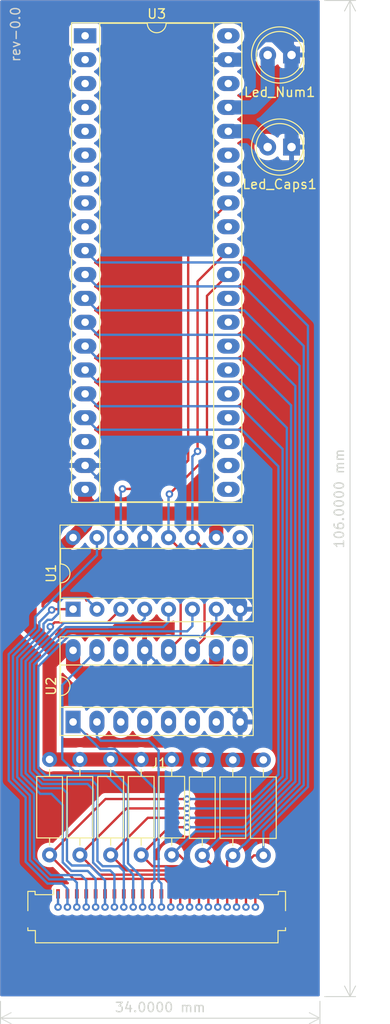
<source format=kicad_pcb>
(kicad_pcb (version 20211014) (generator pcbnew)
  (layers (0 "F.Cu" signal) (31 "B.Cu" signal) (34 "B.Paste" user) (35 "F.Paste" user) (36 "B.SilkS" user "B.Silkscreen") (37 "F.SilkS" user "F.Silkscreen") (38 "B.Mask" user) (39 "F.Mask" user) (44 "Edge.Cuts" user))
  (net 0 "")
  (net 1 "Column_0")
  (net 2 "Column_1")
  (net 3 "Column_2")
  (net 4 "Column_3")
  (net 5 "Column_4")
  (net 6 "Column_5")
  (net 7 "Column_6")
  (net 8 "Column_7")
  (net 9 "Column_8")
  (net 10 "Column_9")
  (net 11 "Column_10")
  (net 12 "Row_0")
  (net 13 "Row_1")
  (net 14 "Row_2")
  (net 15 "Row_3")
  (net 16 "Row_4")
  (net 17 "Row_5")
  (net 18 "Row_6")
  (net 19 "Row_7")
  (net 20 "unconnected-(J1-Pad1)")
  (net 21 "unconnected-(J1-Pad22)")
  (net 22 "+3V3")
  (net 23 "GND")
  (net 29 "Net-(U1-Pad9)")
  (net 36 "SPI_MOSI")
  (net 38 "SPI_SCLK{slash}CLK")
  (net 42 "SPI_74HC595_SS")
  (net 46 "Net-(D_Num_Lock1-Pad2)")
  (net 54 "Net-(D_Caps_Lock1-Pad2)")
  (net 60 "unconnected-(J1-Pad21)")
  (footprint "LED_THT:LED_D5.0mm" (layer "F.Cu") (at 45.87644 18.20144 180)
    (fp_text reference "Led_Num1")
    (fp_text value "LED")
  )
  (footprint "Resistor_THT:R_Axial_DIN0207_L6.3mm_D2.5mm_P10.16mm_Horizontal" (layer "F.Cu") (at 26.62644 103.32644 90)
    (fp_text reference "R3" hide)
    (fp_text value "R 10 kΩ" hide)
  )
  (footprint "Package_DIP:DIP-16_W7.62mm_Socket" (layer "F.Cu") (at 22.62644 77.17644 90)
    (fp_text reference "U1")
    (fp_text value "74HC595")
  )
  (footprint "Package_DIP:DIP-16_W7.62mm_Socket_LongPads" (layer "F.Cu") (at 22.62644 89.17644 90)
    (fp_text reference "U2")
    (fp_text value "74HC595")
  )
  (footprint "Resistor_THT:R_Axial_DIN0207_L6.3mm_D2.5mm_P10.16mm_Horizontal" (layer "F.Cu") (at 20.12644 103.32644 90)
    (fp_text reference "R1" hide)
    (fp_text value "R 10 kΩ" hide)
  )
  (footprint "Resistor_THT:R_Axial_DIN0207_L6.3mm_D2.5mm_P10.16mm_Horizontal" (layer "F.Cu") (at 29.87644 103.32644 90)
    (fp_text reference "R4" hide)
    (fp_text value "R 10 kΩ" hide)
  )
  (footprint "Symbol:OSHW-Logo2_7.3x6mm_Copper" (layer "F.Cu") (at 44.60144 36)
    (fp_text reference "REF**" hide)
    (fp_text value "OSHW-Logo2_7.3x6mm_Copper" hide)
  )
  (footprint "Resistor_THT:R_Axial_DIN0207_L6.3mm_D2.5mm_P10.16mm_Horizontal" (layer "F.Cu") (at 23.35644 103.32644 90)
    (fp_text reference "R2" hide)
    (fp_text value "R 10 kΩ" hide)
  )
  (footprint "Connector_FFC-FPC:Molex_200528-0220_1x22-1MP_P1.00mm_Horizontal" (layer "F.Cu") (at 31.52644 108.37644)
    (fp_text reference "J1")
    (fp_text value "Conn_01x22")
  )
  (footprint "Resistor_THT:R_Axial_DIN0207_L6.3mm_D2.5mm_P10.16mm_Horizontal" (layer "F.Cu") (at 33.12644 103.32644 90)
    (fp_text reference "R5" hide)
    (fp_text value "R 10 kΩ" hide)
  )
  (footprint "Resistor_THT:R_Axial_DIN0207_L6.3mm_D2.5mm_P10.16mm_Horizontal" (layer "F.Cu") (at 42.87644 103.37644 90)
    (fp_text reference "R8" hide)
    (fp_text value "R 10 kΩ")
  )
  (footprint "LED_THT:LED_D5.0mm" (layer "F.Cu") (at 45.87644 28 180)
    (fp_text reference "Led_Caps1")
    (fp_text value "LED")
  )
  (footprint "Package_DIP:DIP-40_W15.24mm_Socket_LongPads" (layer "F.Cu") (at 23.90644 16.16144)
    (fp_text reference "U3")
    (fp_text value "YAAJ_BlackPill_Part_Like" hide)
  )
  (footprint "Resistor_THT:R_Axial_DIN0207_L6.3mm_D2.5mm_P10.16mm_Horizontal" (layer "F.Cu") (at 36.37644 103.37644 90)
    (fp_text reference "R6" hide)
    (fp_text value "R 10 kΩ" hide)
  )
  (footprint "Resistor_THT:R_Axial_DIN0207_L6.3mm_D2.5mm_P10.16mm_Horizontal" (layer "F.Cu") (at 39.62644 103.37644 90)
    (fp_text reference "R7" hide)
    (fp_text value "R 10 kΩ" hide)
  )
  (gr_text "rev-0.0" (at 16.5 16 90) (layer "Edge.Cuts") (effects (font (size 1 1))))
  (dimension (type aligned) (layer "Edge.Cuts") (pts (xy 48.9 118.4) (xy 48.9 12.4)) (height 3.2) (gr_text "106,0000 mm" (at 50.95 65.4 90) (layer "Edge.Cuts") (effects (font (size 1 1) (thickness 0.15)))) (format (units 3) (units_format 1) (precision 4)) (style (thickness 0.1) (arrow_length 1.27) (text_position_mode 0) (extension_height 0.58642) (extension_offset 0.5) keep_text_aligned))
  (dimension (type aligned) (layer "Edge.Cuts") (pts (xy 14.9 118.4) (xy 48.9 118.4)) (height 2.3) (gr_text "34,0000 mm" (at 31.9 119.55) (layer "Edge.Cuts") (effects (font (size 1 1) (thickness 0.15)))) (format (units 3) (units_format 1) (precision 4)) (style (thickness 0.1) (arrow_length 1.27) (text_position_mode 0) (extension_height 0.58642) (extension_offset 0.5) keep_text_aligned))
  (segment (start 22.02644 107.46644) (end 22.02644 108.87644) (width 0.25) (layer "F.Cu") (net 1))
  (via (at 22.02644 108.87644) (size 0.8) (drill 0.4) (layers "F.Cu" "B.Cu") (net 1))
  (segment (start 17.57644 104.047875) (end 17.57644 97.197876) (width 0.25) (layer "B.Cu") (net 1))
  (segment (start 21.475 106.375) (end 19.903565 106.375) (width 0.25) (layer "B.Cu") (net 1))
  (segment (start 22.02644 108.87644) (end 22.02644 106.92644) (width 0.25) (layer "B.Cu") (net 1))
  (segment (start 22.02644 106.92644) (end 21.475 106.375) (width 0.25) (layer "B.Cu") (net 1))
  (segment (start 15.77932 95.400754) (end 15.77932 82.97644) (width 0.25) (layer "B.Cu") (net 1))
  (segment (start 18.58008 78.003686) (end 18.58008 79.162466) (width 0.25) (layer "B.Cu") (net 1))
  (segment (start 25.16644 71.417326) (end 18.58008 78.003686) (width 0.25) (layer "B.Cu") (net 1))
  (segment (start 18.58008 79.162466) (end 15.77692 81.965626) (width 0.25) (layer "B.Cu") (net 1))
  (segment (start 15.77692 81.965626) (end 15.77692 82.841202) (width 0.25) (layer "B.Cu") (net 1))
  (segment (start 17.57644 97.197876) (end 15.77932 95.400754) (width 0.25) (layer "B.Cu") (net 1))
  (segment (start 25.16644 69.55644) (end 25.16644 71.417326) (width 0.25) (layer "B.Cu") (net 1))
  (segment (start 19.903565 106.375) (end 17.57644 104.047875) (width 0.25) (layer "B.Cu") (net 1))
  (segment (start 23.02644 108.87644) (end 23.02644 107.46644) (width 0.25) (layer "F.Cu") (net 2))
  (segment (start 20.35194 77.25644) (end 20.43194 77.17644) (width 0.25) (layer "F.Cu") (net 2))
  (segment (start 20.43194 77.17644) (end 22.62644 77.17644) (width 0.25) (layer "F.Cu") (net 2))
  (via (at 20.35194 77.25644) (size 0.8) (drill 0.4) (layers "F.Cu" "B.Cu") (net 2))
  (via (at 23.02644 108.87644) (size 0.8) (drill 0.4) (layers "F.Cu" "B.Cu") (net 2))
  (segment (start 23.02644 106.27644) (end 23.02644 108.87644) (width 0.25) (layer "B.Cu") (net 2))
  (segment (start 16.22884 95.214557) (end 18.02692 97.012637) (width 0.25) (layer "B.Cu") (net 2))
  (segment (start 20.35194 77.25644) (end 20.32499 77.25644) (width 0.25) (layer "B.Cu") (net 2))
  (segment (start 18.02692 97.012637) (end 18.02692 103.862637) (width 0.25) (layer "B.Cu") (net 2))
  (segment (start 18.02692 103.862637) (end 20.089762 105.92548) (width 0.25) (layer "B.Cu") (net 2))
  (segment (start 22.67548 105.92548) (end 23.02644 106.27644) (width 0.25) (layer "B.Cu") (net 2))
  (segment (start 19.0296 79.348664) (end 16.22884 82.149424) (width 0.25) (layer "B.Cu") (net 2))
  (segment (start 16.22884 82.149424) (end 16.22884 95.214557) (width 0.25) (layer "B.Cu") (net 2))
  (segment (start 20.089762 105.92548) (end 22.67548 105.92548) (width 0.25) (layer "B.Cu") (net 2))
  (segment (start 20.32499 77.25644) (end 19.0296 78.55183) (width 0.25) (layer "B.Cu") (net 2))
  (segment (start 19.0296 78.55183) (end 19.0296 79.348664) (width 0.25) (layer "B.Cu") (net 2))
  (segment (start 24.02644 107.46644) (end 24.02644 108.87644) (width 0.25) (layer "F.Cu") (net 3))
  (via (at 24.02644 108.87644) (size 0.8) (drill 0.4) (layers "F.Cu" "B.Cu") (net 3))
  (segment (start 19.47912 78.738028) (end 19.910708 78.30644) (width 0.25) (layer "B.Cu") (net 3))
  (segment (start 16.67836 82.335622) (end 19.47912 79.534862) (width 0.25) (layer "B.Cu") (net 3))
  (segment (start 23.47596 105.47596) (end 20.27596 105.47596) (width 0.25) (layer "B.Cu") (net 3))
  (segment (start 19.47912 79.534862) (end 19.47912 78.738028) (width 0.25) (layer "B.Cu") (net 3))
  (segment (start 21.577418 75.97644) (end 23.96644 75.97644) (width 0.25) (layer "B.Cu") (net 3))
  (segment (start 18.47644 103.67644) (end 18.47644 96.82644) (width 0.25) (layer "B.Cu") (net 3))
  (segment (start 24.02644 106.02644) (end 23.47596 105.47596) (width 0.25) (layer "B.Cu") (net 3))
  (segment (start 21.07644 77.61644) (end 21.07644 76.477418) (width 0.25) (layer "B.Cu") (net 3))
  (segment (start 16.67836 95.02836) (end 16.67836 82.335622) (width 0.25) (layer "B.Cu") (net 3))
  (segment (start 24.02644 108.87644) (end 24.02644 106.02644) (width 0.25) (layer "B.Cu") (net 3))
  (segment (start 18.47644 96.82644) (end 16.67836 95.02836) (width 0.25) (layer "B.Cu") (net 3))
  (segment (start 20.38644 78.30644) (end 21.07644 77.61644) (width 0.25) (layer "B.Cu") (net 3))
  (segment (start 21.07644 76.477418) (end 21.577418 75.97644) (width 0.25) (layer "B.Cu") (net 3))
  (segment (start 20.27596 105.47596) (end 18.47644 103.67644) (width 0.25) (layer "B.Cu") (net 3))
  (segment (start 19.910708 78.30644) (end 20.38644 78.30644) (width 0.25) (layer "B.Cu") (net 3))
  (segment (start 23.96644 75.97644) (end 25.16644 77.17644) (width 0.25) (layer "B.Cu") (net 3))
  (segment (start 20.665322 78.57644) (end 26.30644 78.57644) (width 0.25) (layer "F.Cu") (net 4))
  (segment (start 26.30644 78.57644) (end 27.70644 77.17644) (width 0.25) (layer "F.Cu") (net 4))
  (segment (start 20.203631 79.038131) (end 20.665322 78.57644) (width 0.25) (layer "F.Cu") (net 4))
  (segment (start 25.02644 107.46644) (end 25.02644 108.87644) (width 0.25) (layer "F.Cu") (net 4))
  (via (at 25.02644 108.87644) (size 0.8) (drill 0.4) (layers "F.Cu" "B.Cu") (net 4))
  (via (at 20.203631 79.038131) (size 0.8) (drill 0.4) (layers "F.Cu" "B.Cu") (net 4))
  (segment (start 20.32644 96.82644) (end 21.52692 98.02692) (width 0.25) (layer "B.Cu") (net 4))
  (segment (start 22.440723 105.02644) (end 24.17644 105.02644) (width 0.25) (layer "B.Cu") (net 4))
  (segment (start 20.203631 79.446069) (end 17.12788 82.52182) (width 0.25) (layer "B.Cu") (net 4))
  (segment (start 19.13357 96.82644) (end 20.32644 96.82644) (width 0.25) (layer "B.Cu") (net 4))
  (segment (start 21.52692 98.02692) (end 21.52692 104.112637) (width 0.25) (layer "B.Cu") (net 4))
  (segment (start 25.02644 105.87644) (end 25.02644 108.87644) (width 0.25) (layer "B.Cu") (net 4))
  (segment (start 17.12788 94.820749) (end 19.13357 96.82644) (width 0.25) (layer "B.Cu") (net 4))
  (segment (start 21.52692 104.112637) (end 22.440723 105.02644) (width 0.25) (layer "B.Cu") (net 4))
  (segment (start 17.12788 82.52182) (end 17.12788 94.820749) (width 0.25) (layer "B.Cu") (net 4))
  (segment (start 20.203631 79.038131) (end 20.203631 79.446069) (width 0.25) (layer "B.Cu") (net 4))
  (segment (start 24.17644 105.02644) (end 25.02644 105.87644) (width 0.25) (layer "B.Cu") (net 4))
  (segment (start 26.02644 108.87644) (end 26.02644 107.46644) (width 0.25) (layer "F.Cu") (net 5))
  (via (at 26.02644 108.87644) (size 0.8) (drill 0.4) (layers "F.Cu" "B.Cu") (net 5))
  (segment (start 26.02644 106.02644) (end 25.42548 105.42548) (width 0.25) (layer "B.Cu") (net 5))
  (segment (start 26.02644 108.87644) (end 26.02644 106.02644) (width 0.25) (layer "B.Cu") (net 5))
  (segment (start 19.167848 96.225) (end 17.5774 94.634552) (width 0.25) (layer "B.Cu") (net 5))
  (segment (start 30.24644 78.15644) (end 30.24644 77.17644) (width 0.25) (layer "B.Cu") (net 5))
  (segment (start 24.429515 104.450951) (end 22.500951 104.450951) (width 0.25) (layer "B.Cu") (net 5))
  (segment (start 25.404044 105.42548) (end 24.429515 104.450951) (width 0.25) (layer "B.Cu") (net 5))
  (segment (start 21.97644 96.72644) (end 21.475 96.225) (width 0.25) (layer "B.Cu") (net 5))
  (segment (start 17.5774 82.708018) (end 21.658018 78.6274) (width 0.25) (layer "B.Cu") (net 5))
  (segment (start 21.97644 103.92644) (end 21.97644 96.72644) (width 0.25) (layer "B.Cu") (net 5))
  (segment (start 29.77548 78.6274) (end 30.24644 78.15644) (width 0.25) (layer "B.Cu") (net 5))
  (segment (start 22.500951 104.450951) (end 21.97644 103.92644) (width 0.25) (layer "B.Cu") (net 5))
  (segment (start 21.475 96.225) (end 19.167848 96.225) (width 0.25) (layer "B.Cu") (net 5))
  (segment (start 25.42548 105.42548) (end 25.404044 105.42548) (width 0.25) (layer "B.Cu") (net 5))
  (segment (start 21.658018 78.6274) (end 29.77548 78.6274) (width 0.25) (layer "B.Cu") (net 5))
  (segment (start 17.5774 94.634552) (end 17.5774 82.708018) (width 0.25) (layer "B.Cu") (net 5))
  (segment (start 27.02644 107.46644) (end 27.02644 108.87644) (width 0.25) (layer "F.Cu") (net 6))
  (via (at 27.02644 108.87644) (size 0.8) (drill 0.4) (layers "F.Cu" "B.Cu") (net 6))
  (segment (start 21.844214 79.07692) (end 18.02692 82.894214) (width 0.25) (layer "B.Cu") (net 6))
  (segment (start 26.57596 104.97596) (end 27.02644 105.42644) (width 0.25) (layer "B.Cu") (net 6))
  (segment (start 24.17548 95.77548) (end 24.76 96.36) (width 0.25) (layer "B.Cu") (net 6))
  (segment (start 27.02644 105.42644) (end 27.02644 108.87644) (width 0.25) (layer "B.Cu") (net 6))
  (segment (start 24.76 96.36) (end 24.76 104.145718) (width 0.25) (layer "B.Cu") (net 6))
  (segment (start 24.76 104.145718) (end 25.590242 104.97596) (width 0.25) (layer "B.Cu") (net 6))
  (segment (start 18.02692 94.448355) (end 19.354045 95.77548) (width 0.25) (layer "B.Cu") (net 6))
  (segment (start 19.354045 95.77548) (end 24.17548 95.77548) (width 0.25) (layer "B.Cu") (net 6))
  (segment (start 18.02692 82.894214) (end 18.02692 94.448355) (width 0.25) (layer "B.Cu") (net 6))
  (segment (start 32.78644 77.17644) (end 32.78644 78.51644) (width 0.25) (layer "B.Cu") (net 6))
  (segment (start 32.22596 79.07692) (end 21.844214 79.07692) (width 0.25) (layer "B.Cu") (net 6))
  (segment (start 32.78644 78.51644) (end 32.22596 79.07692) (width 0.25) (layer "B.Cu") (net 6))
  (segment (start 25.590242 104.97596) (end 26.57596 104.97596) (width 0.25) (layer "B.Cu") (net 6))
  (segment (start 28.02644 108.87644) (end 28.02644 107.46644) (width 0.25) (layer "F.Cu") (net 7))
  (via (at 28.02644 108.87644) (size 0.8) (drill 0.4) (layers "F.Cu" "B.Cu") (net 7))
  (segment (start 25.22 95.97) (end 24.57596 95.32596) (width 0.25) (layer "B.Cu") (net 7))
  (segment (start 28.02644 105.047876) (end 27.505004 104.52644) (width 0.25) (layer "B.Cu") (net 7))
  (segment (start 24.57596 95.32596) (end 19.540243 95.32596) (width 0.25) (layer "B.Cu") (net 7))
  (segment (start 28.02644 108.87644) (end 28.02644 105.047876) (width 0.25) (layer "B.Cu") (net 7))
  (segment (start 19.540243 95.32596) (end 18.47644 94.262157) (width 0.25) (layer "B.Cu") (net 7))
  (segment (start 18.47644 83.080412) (end 22.030412 79.52644) (width 0.25) (layer "B.Cu") (net 7))
  (segment (start 25.22 103.97) (end 25.22 95.97) (width 0.25) (layer "B.Cu") (net 7))
  (segment (start 35.32644 78.97644) (end 35.32644 77.17644) (width 0.25) (layer "B.Cu") (net 7))
  (segment (start 27.505004 104.52644) (end 25.77644 104.52644) (width 0.25) (layer "B.Cu") (net 7))
  (segment (start 34.77644 79.52644) (end 35.32644 78.97644) (width 0.25) (layer "B.Cu") (net 7))
  (segment (start 18.47644 94.262157) (end 18.47644 83.080412) (width 0.25) (layer "B.Cu") (net 7))
  (segment (start 22.030412 79.52644) (end 34.77644 79.52644) (width 0.25) (layer "B.Cu") (net 7))
  (segment (start 25.77644 104.52644) (end 25.22 103.97) (width 0.25) (layer "B.Cu") (net 7))
  (segment (start 29.02644 108.87644) (end 29.02644 107.46644) (width 0.25) (layer "F.Cu") (net 8))
  (via (at 29.02644 108.87644) (size 0.8) (drill 0.4) (layers "F.Cu" "B.Cu") (net 8))
  (segment (start 29.02644 105.412158) (end 28.02048 104.406197) (width 0.25) (layer "B.Cu") (net 8))
  (segment (start 28.02048 104.406197) (end 28.02048 96.72048) (width 0.25) (layer "B.Cu") (net 8))
  (segment (start 36.17644 80.17644) (end 37.86644 78.48644) (width 0.25) (layer "B.Cu") (net 8))
  (segment (start 19.72644 94.87644) (end 18.92596 94.07596) (width 0.25) (layer "B.Cu") (net 8))
  (segment (start 29.02644 108.87644) (end 29.02644 105.412158) (width 0.25) (layer "B.Cu") (net 8))
  (segment (start 36.02644 80.02644) (end 36.17644 80.17644) (width 0.25) (layer "B.Cu") (net 8))
  (segment (start 18.92596 94.07596) (end 18.92596 83.266609) (width 0.25) (layer "B.Cu") (net 8))
  (segment (start 18.92596 83.266609) (end 22.166129 80.02644) (width 0.25) (layer "B.Cu") (net 8))
  (segment (start 26.17644 94.87644) (end 19.72644 94.87644) (width 0.25) (layer "B.Cu") (net 8))
  (segment (start 22.166129 80.02644) (end 36.02644 80.02644) (width 0.25) (layer "B.Cu") (net 8))
  (segment (start 37.86644 78.48644) (end 37.86644 77.17644) (width 0.25) (layer "B.Cu") (net 8))
  (segment (start 28.02048 96.72048) (end 26.17644 94.87644) (width 0.25) (layer "B.Cu") (net 8))
  (segment (start 30.02644 108.87644) (end 30.02644 107.46644) (width 0.25) (layer "F.Cu") (net 9))
  (via (at 30.02644 108.87644) (size 0.8) (drill 0.4) (layers "F.Cu" "B.Cu") (net 9))
  (segment (start 30.02644 108.87644) (end 30.02644 105.77644) (width 0.25) (layer "B.Cu") (net 9))
  (segment (start 26.87692 94.42692) (end 22.77692 94.42692) (width 0.25) (layer "B.Cu") (net 9))
  (segment (start 28.47 96.02) (end 26.87692 94.42692) (width 0.25) (layer "B.Cu") (net 9))
  (segment (start 30.02644 105.77644) (end 28.47 104.22) (width 0.25) (layer "B.Cu") (net 9))
  (segment (start 21.47644 93.12644) (end 21.47644 85.24644) (width 0.25) (layer "B.Cu") (net 9))
  (segment (start 28.47 104.22) (end 28.47 96.02) (width 0.25) (layer "B.Cu") (net 9))
  (segment (start 21.47644 85.24644) (end 25.16644 81.55644) (width 0.25) (layer "B.Cu") (net 9))
  (segment (start 22.77692 94.42692) (end 21.47644 93.12644) (width 0.25) (layer "B.Cu") (net 9))
  (segment (start 31.02644 108.87644) (end 31.02644 107.46644) (width 0.25) (layer "F.Cu") (net 10))
  (via (at 31.02644 108.87644) (size 0.8) (drill 0.4) (layers "F.Cu" "B.Cu") (net 10))
  (segment (start 31.02644 108.87644) (end 31.02644 106.37356) (width 0.25) (layer "B.Cu") (net 10))
  (segment (start 31.02644 106.37356) (end 31.28 106.12) (width 0.25) (layer "B.Cu") (net 10))
  (segment (start 25.491929 92.041929) (end 22.62644 89.17644) (width 0.25) (layer "B.Cu") (net 10))
  (segment (start 31.28 96.2297) (end 27.092229 92.041929) (width 0.25) (layer "B.Cu") (net 10))
  (segment (start 27.092229 92.041929) (end 25.491929 92.041929) (width 0.25) (layer "B.Cu") (net 10))
  (segment (start 31.28 106.12) (end 31.28 96.2297) (width 0.25) (layer "B.Cu") (net 10))
  (segment (start 32.02644 107.46644) (end 32.02644 108.87644) (width 0.25) (layer "F.Cu") (net 11))
  (via (at 32.02644 108.87644) (size 0.8) (drill 0.4) (layers "F.Cu" "B.Cu") (net 11))
  (segment (start 31.73 106.08) (end 31.73 92.23) (width 0.25) (layer "B.Cu") (net 11))
  (segment (start 25.16644 90.04674) (end 25.16644 89.17644) (width 0.25) (layer "B.Cu") (net 11))
  (segment (start 25.16644 90.76644) (end 25.16644 89.17644) (width 0.25) (layer "B.Cu") (net 11))
  (segment (start 25.57692 91.17692) (end 25.16644 90.76644) (width 0.25) (layer "B.Cu") (net 11))
  (segment (start 32.02644 106.37644) (end 31.73 106.08) (width 0.25) (layer "B.Cu") (net 11))
  (segment (start 30.67692 91.17692) (end 25.57692 91.17692) (width 0.25) (layer "B.Cu") (net 11))
  (segment (start 31.73 92.23) (end 30.67692 91.17692) (width 0.25) (layer "B.Cu") (net 11))
  (segment (start 32.02644 108.87644) (end 32.02644 106.37644) (width 0.25) (layer "B.Cu") (net 11))
  (segment (start 22.67644 105.87644) (end 20.12644 103.32644) (width 0.25) (layer "F.Cu") (net 12))
  (segment (start 33.02644 108.87644) (end 33.02644 107.46644) (width 0.25) (layer "F.Cu") (net 12))
  (segment (start 33.02644 106.52644) (end 32.37644 105.87644) (width 0.25) (layer "F.Cu") (net 12))
  (segment (start 32.37644 105.87644) (end 22.67644 105.87644) (width 0.25) (layer "F.Cu") (net 12))
  (segment (start 20.12644 103.32644) (end 26.07644 97.37644) (width 0.25) (layer "F.Cu") (net 12))
  (segment (start 26.07644 97.37644) (end 34.75 97.37644) (width 0.25) (layer "F.Cu") (net 12))
  (segment (start 33.02644 107.46644) (end 33.02644 106.52644) (width 0.25) (layer "F.Cu") (net 12))
  (via (at 34.75 97.37644) (size 0.8) (drill 0.4) (layers "F.Cu" "B.Cu") (net 12))
  (via (at 33.02644 108.87644) (size 0.8) (drill 0.4) (layers "F.Cu" "B.Cu") (net 12))
  (segment (start 25.18144 58.07644) (end 40.57644 58.07644) (width 0.25) (layer "B.Cu") (net 12))
  (segment (start 23.90644 56.80144) (end 25.18144 58.07644) (width 0.25) (layer "B.Cu") (net 12))
  (segment (start 44.47644 61.97644) (end 44.47644 67.07644) (width 0.25) (layer "B.Cu") (net 12))
  (segment (start 40.57644 58.07644) (end 44.47644 61.97644) (width 0.25) (layer "B.Cu") (net 12))
  (segment (start 44.47644 94.77644) (end 41.87644 97.37644) (width 0.25) (layer "B.Cu") (net 12))
  (segment (start 41.87644 97.37644) (end 34.75 97.37644) (width 0.25) (layer "B.Cu") (net 12))
  (segment (start 44.47644 66.97644) (end 44.47644 94.77644) (width 0.25) (layer "B.Cu") (net 12))
  (segment (start 28.30644 98.37644) (end 34.75 98.37644) (width 0.25) (layer "F.Cu") (net 13))
  (segment (start 34.02644 106.321929) (end 33.131431 105.42692) (width 0.25) (layer "F.Cu") (net 13))
  (segment (start 34.02644 107.46644) (end 34.02644 106.321929) (width 0.25) (layer "F.Cu") (net 13))
  (segment (start 23.35644 103.32644) (end 28.30644 98.37644) (width 0.25) (layer "F.Cu") (net 13))
  (segment (start 34.02644 107.46644) (end 34.02644 108.87644) (width 0.25) (layer "F.Cu") (net 13))
  (segment (start 25.45692 105.42692) (end 23.35644 103.32644) (width 0.25) (layer "F.Cu") (net 13))
  (segment (start 33.131431 105.42692) (end 25.45692 105.42692) (width 0.25) (layer "F.Cu") (net 13))
  (via (at 34.02644 108.87644) (size 0.8) (drill 0.4) (layers "F.Cu" "B.Cu") (net 13))
  (via (at 34.75 98.37644) (size 0.8) (drill 0.4) (layers "F.Cu" "B.Cu") (net 13))
  (segment (start 25.22144 55.57644) (end 23.90644 54.26144) (width 0.25) (layer "B.Cu") (net 13))
  (segment (start 44.92596 94.962637) (end 44.92596 60.12596) (width 0.25) (layer "B.Cu") (net 13))
  (segment (start 44.92596 60.12596) (end 40.37644 55.57644) (width 0.25) (layer "B.Cu") (net 13))
  (segment (start 41.512157 98.37644) (end 44.92596 94.962637) (width 0.25) (layer "B.Cu") (net 13))
  (segment (start 40.37644 55.57644) (end 25.22144 55.57644) (width 0.25) (layer "B.Cu") (net 13))
  (segment (start 34.75 98.37644) (end 41.512157 98.37644) (width 0.25) (layer "B.Cu") (net 13))
  (segment (start 35.02644 106.634242) (end 33.369598 104.9774) (width 0.25) (layer "F.Cu") (net 14))
  (segment (start 30.57644 99.37644) (end 34.75 99.37644) (width 0.25) (layer "F.Cu") (net 14))
  (segment (start 35.02644 107.46644) (end 35.02644 106.634242) (width 0.25) (layer "F.Cu") (net 14))
  (segment (start 28.2774 104.9774) (end 26.62644 103.32644) (width 0.25) (layer "F.Cu") (net 14))
  (segment (start 35.02644 107.46644) (end 35.02644 108.87644) (width 0.25) (layer "F.Cu") (net 14))
  (segment (start 26.62644 103.32644) (end 30.57644 99.37644) (width 0.25) (layer "F.Cu") (net 14))
  (segment (start 33.369598 104.9774) (end 28.2774 104.9774) (width 0.25) (layer "F.Cu") (net 14))
  (via (at 34.75 99.37644) (size 0.8) (drill 0.4) (layers "F.Cu" "B.Cu") (net 14))
  (via (at 35.02644 108.87644) (size 0.8) (drill 0.4) (layers "F.Cu" "B.Cu") (net 14))
  (segment (start 45.37548 95.148835) (end 45.37548 57.87548) (width 0.25) (layer "B.Cu") (net 14))
  (segment (start 34.75 99.37644) (end 41.147875 99.37644) (width 0.25) (layer "B.Cu") (net 14))
  (segment (start 45.37548 57.87548) (end 40.47644 52.97644) (width 0.25) (layer "B.Cu") (net 14))
  (segment (start 25.16144 52.97644) (end 23.90644 51.72144) (width 0.25) (layer "B.Cu") (net 14))
  (segment (start 40.47644 52.97644) (end 25.16144 52.97644) (width 0.25) (layer "B.Cu") (net 14))
  (segment (start 41.147875 99.37644) (end 45.37548 95.148835) (width 0.25) (layer "B.Cu") (net 14))
  (segment (start 36.02644 106.52644) (end 34.02788 104.52788) (width 0.25) (layer "F.Cu") (net 15))
  (segment (start 31.07788 104.52788) (end 29.87644 103.32644) (width 0.25) (layer "F.Cu") (net 15))
  (segment (start 36.02644 107.46644) (end 36.02644 106.52644) (width 0.25) (layer "F.Cu") (net 15))
  (segment (start 34.7 100.37644) (end 34.75 100.37644) (width 0.25) (layer "F.Cu") (net 15))
  (segment (start 29.87644 103.32644) (end 32.82644 100.37644) (width 0.25) (layer "F.Cu") (net 15))
  (segment (start 32.82644 100.37644) (end 34.75 100.37644) (width 0.25) (layer "F.Cu") (net 15))
  (segment (start 36.02644 108.87644) (end 36.02644 107.46644) (width 0.25) (layer "F.Cu") (net 15))
  (segment (start 34.02788 104.52788) (end 31.07788 104.52788) (width 0.25) (layer "F.Cu") (net 15))
  (via (at 36.02644 108.87644) (size 0.8) (drill 0.4) (layers "F.Cu" "B.Cu") (net 15))
  (via (at 34.75 100.37644) (size 0.8) (drill 0.4) (layers "F.Cu" "B.Cu") (net 15))
  (segment (start 34.75 100.37644) (end 40.783593 100.37644) (width 0.25) (layer "B.Cu") (net 15))
  (segment (start 45.825 55.475) (end 40.82644 50.47644) (width 0.25) (layer "B.Cu") (net 15))
  (segment (start 40.783593 100.37644) (end 45.825 95.335031) (width 0.25) (layer "B.Cu") (net 15))
  (segment (start 45.825 95.335031) (end 45.825 55.475) (width 0.25) (layer "B.Cu") (net 15))
  (segment (start 25.20144 50.47644) (end 23.90644 49.18144) (width 0.25) (layer "B.Cu") (net 15))
  (segment (start 40.82644 50.47644) (end 25.20144 50.47644) (width 0.25) (layer "B.Cu") (net 15))
  (segment (start 37.02644 106.45144) (end 33.90144 103.32644) (width 0.25) (layer "F.Cu") (net 16))
  (segment (start 37.02644 108.87644) (end 37.02644 107.46644) (width 0.25) (layer "F.Cu") (net 16))
  (segment (start 33.90144 103.32644) (end 33.12644 103.32644) (width 0.25) (layer "F.Cu") (net 16))
  (segment (start 37.02644 107.46644) (end 37.02644 106.45144) (width 0.25) (layer "F.Cu") (net 16))
  (via (at 37.02644 108.87644) (size 0.8) (drill 0.4) (layers "F.Cu" "B.Cu") (net 16))
  (segment (start 46.27452 95.521228) (end 40.969791 100.82596) (width 0.25) (layer "B.Cu") (net 16))
  (segment (start 25.24144 47.97644) (end 40.82644 47.97644) (width 0.25) (layer "B.Cu") (net 16))
  (segment (start 46.27452 53.42452) (end 46.27452 95.521228) (width 0.25) (layer "B.Cu") (net 16))
  (segment (start 35.62692 100.82596) (end 33.12644 103.32644) (width 0.25) (layer "B.Cu") (net 16))
  (segment (start 23.90644 46.64144) (end 25.24144 47.97644) (width 0.25) (layer "B.Cu") (net 16))
  (segment (start 40.82644 47.97644) (end 46.27452 53.42452) (width 0.25) (layer "B.Cu") (net 16))
  (segment (start 40.969791 100.82596) (end 35.62692 100.82596) (width 0.25) (layer "B.Cu") (net 16))
  (segment (start 38.02644 107.46644) (end 38.02644 105.02644) (width 0.25) (layer "F.Cu") (net 17))
  (segment (start 38.02644 105.02644) (end 36.37644 103.37644) (width 0.25) (layer "F.Cu") (net 17))
  (segment (start 38.02644 108.87644) (end 38.02644 107.46644) (width 0.25) (layer "F.Cu") (net 17))
  (via (at 38.02644 108.87644) (size 0.8) (drill 0.4) (layers "F.Cu" "B.Cu") (net 17))
  (segment (start 46.72404 51.27404) (end 40.82644 45.37644) (width 0.25) (layer "B.Cu") (net 17))
  (segment (start 41.155989 101.27548) (end 46.72404 95.707429) (width 0.25) (layer "B.Cu") (net 17))
  (segment (start 25.18144 45.37644) (end 23.90644 44.10144) (width 0.25) (layer "B.Cu") (net 17))
  (segment (start 40.82644 45.37644) (end 25.18144 45.37644) (width 0.25) (layer "B.Cu") (net 17))
  (segment (start 46.72404 95.707429) (end 46.72404 51.27404) (width 0.25) (layer "B.Cu") (net 17))
  (segment (start 38.4774 101.27548) (end 41.155989 101.27548) (width 0.25) (layer "B.Cu") (net 17))
  (segment (start 36.37644 103.37644) (end 38.4774 101.27548) (width 0.25) (layer "B.Cu") (net 17))
  (segment (start 39.02644 107.46644) (end 39.02644 103.97644) (width 0.25) (layer "F.Cu") (net 18))
  (segment (start 39.02644 103.97644) (end 39.62644 103.37644) (width 0.25) (layer "F.Cu") (net 18))
  (segment (start 39.02644 107.46644) (end 39.02644 108.87644) (width 0.25) (layer "F.Cu") (net 18))
  (via (at 39.02644 108.87644) (size 0.8) (drill 0.4) (layers "F.Cu" "B.Cu") (net 18))
  (segment (start 25.17144 42.82644) (end 23.90644 41.56144) (width 0.25) (layer "B.Cu") (net 18))
  (segment (start 40.82644 42.82644) (end 25.17144 42.82644) (width 0.25) (layer "B.Cu") (net 18))
  (segment (start 47.17356 49.17356) (end 40.82644 42.82644) (width 0.25) (layer "B.Cu") (net 18))
  (segment (start 23.90644 41.56144) (end 24.06144 41.56144) (width 0.25) (layer "B.Cu") (net 18))
  (segment (start 40.750951 102.251929) (end 40.815256 102.251929) (width 0.25) (layer "B.Cu") (net 18))
  (segment (start 39.62644 103.37644) (end 40.750951 102.251929) (width 0.25) (layer "B.Cu") (net 18))
  (segment (start 47.17356 95.893625) (end 47.17356 49.17356) (width 0.25) (layer "B.Cu") (net 18))
  (segment (start 40.815256 102.251929) (end 47.17356 95.893625) (width 0.25) (layer "B.Cu") (net 18))
  (segment (start 40.02644 108.87644) (end 40.02644 107.46644) (width 0.25) (layer "F.Cu") (net 19))
  (segment (start 40.02644 105.22644) (end 41.87644 103.37644) (width 0.25) (layer "F.Cu") (net 19))
  (segment (start 40.02644 108.87644) (end 40.02644 105.22644) (width 0.25) (layer "F.Cu") (net 19))
  (segment (start 41.87644 103.37644) (end 42.87644 103.37644) (width 0.25) (layer "F.Cu") (net 19))
  (via (at 40.02644 108.87644) (size 0.8) (drill 0.4) (layers "F.Cu" "B.Cu") (net 19))
  (segment (start 47.62308 96.079823) (end 47.62308 47.02308) (width 0.25) (layer "B.Cu") (net 19))
  (segment (start 25.16144 40.27644) (end 23.90644 39.02144) (width 0.25) (layer "B.Cu") (net 19))
  (segment (start 42.87644 103.37644) (end 42.87644 100.826463) (width 0.25) (layer "B.Cu") (net 19))
  (segment (start 42.87644 100.826463) (end 47.62308 96.079823) (width 0.25) (layer "B.Cu") (net 19))
  (segment (start 47.62308 47.02308) (end 40.87644 40.27644) (width 0.25) (layer "B.Cu") (net 19))
  (segment (start 40.87644 40.27644) (end 25.16144 40.27644) (width 0.25) (layer "B.Cu") (net 19))
  (segment (start 21.02644 108.87644) (end 21.02644 107.46644) (width 0.25) (layer "F.Cu") (net 20))
  (via (at 21.02644 108.87644) (size 0.8) (drill 0.4) (layers "F.Cu" "B.Cu") (net 20))
  (segment (start 21.02644 108.87644) (end 21.02644 107.27644) (width 0.25) (layer "B.Cu") (net 20))
  (segment (start 42.02644 107.46644) (end 42.02644 108.87644) (width 0.25) (layer "F.Cu") (net 21))
  (via (at 42.02644 108.87644) (size 0.8) (drill 0.4) (layers "F.Cu" "B.Cu") (net 21))
  (segment (start 23.90644 65.65644) (end 23.90644 68.27644) (width 1.5) (layer "F.Cu") (net 22))
  (segment (start 22.62644 83.23538) (end 22.62644 81.55644) (width 1.5) (layer "F.Cu") (net 22))
  (segment (start 37.86644 83.13356) (end 37 84) (width 1.5) (layer "F.Cu") (net 22))
  (segment (start 23.90644 68.27644) (end 22.62644 69.55644) (width 1.5) (layer "F.Cu") (net 22))
  (segment (start 36.37644 93.21644) (end 39.62644 93.21644) (width 1.5) (layer "F.Cu") (net 22))
  (segment (start 33.12644 93.16644) (end 36.32644 93.16644) (width 1.5) (layer "F.Cu") (net 22))
  (segment (start 23.90644 64.42144) (end 23.90644 65.65644) (width 1.5) (layer "F.Cu") (net 22))
  (segment (start 22.62644 81.55644) (end 21.57644 81.55644) (width 1.5) (layer "F.Cu") (net 22))
  (segment (start 20.55644 81.55644) (end 18 79) (width 1.5) (layer "F.Cu") (net 22))
  (segment (start 29.87644 93.16644) (end 33.12644 93.16644) (width 1.5) (layer "F.Cu") (net 22))
  (segment (start 18 74.18288) (end 22.62644 69.55644) (width 1.5) (layer "F.Cu") (net 22))
  (segment (start 37.86644 81.55644) (end 37.86644 83.13356) (width 1.5) (layer "F.Cu") (net 22))
  (segment (start 18 79) (end 18 74.18288) (width 1.5) (layer "F.Cu") (net 22))
  (segment (start 23.39106 84) (end 22.62644 83.23538) (width 1.5) (layer "F.Cu") (net 22))
  (segment (start 20.12644 93.16644) (end 23.35644 93.16644) (width 1.5) (layer "F.Cu") (net 22))
  (segment (start 23.35644 93.16644) (end 26.62644 93.16644) (width 1.5) (layer "F.Cu") (net 22))
  (segment (start 20.12644 83.00644) (end 20.12644 93.16644) (width 1.5) (layer "F.Cu") (net 22))
  (segment (start 42.87644 93.21644) (end 39.62644 93.21644) (width 1.5) (layer "F.Cu") (net 22))
  (segment (start 37.86644 67.341826) (end 37.524614 67) (width 1.5) (layer "F.Cu") (net 22))
  (segment (start 21.57644 81.55644) (end 20.12644 83.00644) (width 1.5) (layer "F.Cu") (net 22))
  (segment (start 37.86644 69.55644) (end 37.86644 67.341826) (width 1.5) (layer "F.Cu") (net 22))
  (segment (start 37.524614 67) (end 25.259022 67) (width 1.5) (layer "F.Cu") (net 22))
  (segment (start 36.32644 93.16644) (end 36.37644 93.21644) (width 0.25) (layer "F.Cu") (net 22))
  (segment (start 23.910951 65.651929) (end 23.90644 65.65644) (width 0.25) (layer "F.Cu") (net 22))
  (segment (start 25.259022 67) (end 23.910951 65.651929) (width 1.5) (layer "F.Cu") (net 22))
  (segment (start 22 81.55644) (end 20.55644 81.55644) (width 1.5) (layer "F.Cu") (net 22))
  (segment (start 26.62644 93.16644) (end 29.87644 93.16644) (width 1.5) (layer "F.Cu") (net 22))
  (segment (start 21.57644 81.55644) (end 22 81.55644) (width 0.25) (layer "F.Cu") (net 22))
  (segment (start 37 84) (end 23.39106 84) (width 1.5) (layer "F.Cu") (net 22))
  (segment (start 34.10644 85.41644) (end 36.64644 85.41644) (width 0.25) (layer "B.Cu") (net 23))
  (segment (start 31.4 75) (end 38.815 75) (width 1.5) (layer "B.Cu") (net 23))
  (segment (start 42.822275 16.1) (end 44.1 16.1) (width 1.5) (layer "B.Cu") (net 23))
  (segment (start 40.95856 18.70144) (end 41.27 18.39) (width 0.5) (layer "B.Cu") (net 23))
  (segment (start 30.24644 81.55644) (end 34.10644 85.41644) (width 0.25) (layer "B.Cu") (net 23))
  (segment (start 30.24644 69.55644) (end 30.24644 71.30644) (width 1.5) (layer "B.Cu") (net 23))
  (segment (start 26.37644 64.35144) (end 23.90644 61.88144) (width 0.25) (layer "B.Cu") (net 23))
  (segment (start 45.87644 18.20144) (end 45.87644 28) (width 1.5) (layer "B.Cu") (net 23))
  (segment (start 45.87644 17.87644) (end 45.87644 18.20144) (width 0.25) (layer "B.Cu") (net 23))
  (segment (start 29.37644 72.17644) (end 28.57644 72.17644) (width 1.5) (layer "B.Cu") (net 23))
  (segment (start 27.27644 72.17644) (end 26.37644 71.27644) (width 1.5) (layer "B.Cu") (net 23))
  (segment (start 26.37644 71.27644) (end 26.37644 64.35144) (width 0.25) (layer "B.Cu") (net 23))
  (segment (start 41.486929 17.435346) (end 42.822275 16.1) (width 1.5) (layer "B.Cu") (net 23))
  (segment (start 36.64644 85.41644) (end 40.40644 89.17644) (width 0.25) (layer "B.Cu") (net 23))
  (segment (start 28.57644 72.17644) (end 31.4 75) (width 1.5) (layer "B.Cu") (net 23))
  (segment (start 38.815 75) (end 40.40644 76.59144) (width 1.5) (layer "B.Cu") (net 23))
  (segment (start 40.40644 76.59144) (end 40.40644 77.17644) (width 1.5) (layer "B.Cu") (net 23))
  (segment (start 28.57644 72.17644) (end 27.27644 72.17644) (width 1.5) (layer "B.Cu") (net 23))
  (segment (start 28.6 72.2) (end 28.57644 72.17644) (width 0.25) (layer "B.Cu") (net 23))
  (segment (start 23.90644 61.88144) (end 24.49144 61.88144) (width 0.25) (layer "B.Cu") (net 23))
  (segment (start 44.1 16.1) (end 45.87644 17.87644) (width 1.5) (layer "B.Cu") (net 23))
  (segment (start 41.27 18.39) (end 41.486929 18.173071) (width 1.5) (layer "B.Cu") (net 23))
  (segment (start 41.486929 18.173071) (end 41.486929 17.435346) (width 1.5) (layer "B.Cu") (net 23))
  (segment (start 30.24644 71.30644) (end 29.37644 72.17644) (width 1.5) (layer "B.Cu") (net 23))
  (segment (start 39.14644 18.70144) (end 40.95856 18.70144) (width 1.5) (layer "B.Cu") (net 23))
  (segment (start 31.87644 64.351826) (end 34.87644 61.351826) (width 0.25) (layer "F.Cu") (net 36))
  (segment (start 31.87644 64.37644) (end 31.87644 64.351826) (width 0.25) (layer "F.Cu") (net 36))
  (segment (start 34.87644 38.21144) (end 39.14644 33.94144) (width 0.25) (layer "F.Cu") (net 36))
  (segment (start 27.87644 64.37644) (end 31.87644 64.37644) (width 0.25) (layer "F.Cu") (net 36))
  (segment (start 34.87644 61.351826) (end 34.87644 38.21144) (width 0.25) (layer "F.Cu") (net 36))
  (via (at 27.87644 64.37644) (size 0.8) (drill 0.4) (layers "F.Cu" "B.Cu") (net 36))
  (segment (start 27.70644 69.55644) (end 27.70644 64.54644) (width 0.25) (layer "B.Cu") (net 36))
  (segment (start 27.70644 64.54644) (end 27.87644 64.37644) (width 0.25) (layer "B.Cu") (net 36))
  (segment (start 36.61644 70.84644) (end 35.32644 69.55644) (width 0.25) (layer "F.Cu") (net 38))
  (segment (start 35.32644 81.55644) (end 36.61644 80.26644) (width 0.25) (layer "F.Cu") (net 38))
  (segment (start 35.87644 60.37644) (end 35.87644 42.29144) (width 0.25) (layer "F.Cu") (net 38))
  (segment (start 35.87644 42.29144) (end 39.14644 39.02144) (width 0.25) (layer "F.Cu") (net 38))
  (segment (start 36.61644 80.26644) (end 36.61644 70.84644) (width 0.25) (layer "F.Cu") (net 38))
  (via (at 35.87644 60.37644) (size 0.8) (drill 0.4) (layers "F.Cu" "B.Cu") (net 38))
  (segment (start 35.87644 60.37644) (end 35.32644 60.92644) (width 0.25) (layer "B.Cu") (net 38))
  (segment (start 35.32644 60.92644) (end 35.32644 69.55644) (width 0.25) (layer "B.Cu") (net 38))
  (segment (start 32.87644 64.927429) (end 36.87644 60.927429) (width 0.25) (layer "F.Cu") (net 42))
  (segment (start 34.07644 80.26644) (end 32.78644 81.55644) (width 0.25) (layer "F.Cu") (net 42))
  (segment (start 34.07644 70.84644) (end 34.07644 80.26644) (width 0.25) (layer "F.Cu") (net 42))
  (segment (start 32.78644 69.55644) (end 34.07644 70.84644) (width 0.25) (layer "F.Cu") (net 42))
  (segment (start 36.87644 60.927429) (end 36.87644 43.83144) (width 0.25) (layer "F.Cu") (net 42))
  (segment (start 32.78644 69.46644) (end 32.78644 69.55644) (width 0.25) (layer "F.Cu") (net 42))
  (segment (start 36.87644 43.83144) (end 39.14644 41.56144) (width 0.25) (layer "F.Cu") (net 42))
  (via (at 32.87644 64.927429) (size 0.8) (drill 0.4) (layers "F.Cu" "B.Cu") (net 42))
  (segment (start 32.78644 65.017429) (end 32.78644 69.55644) (width 0.25) (layer "B.Cu") (net 42))
  (segment (start 32.87644 64.927429) (end 32.78644 65.017429) (width 0.25) (layer "B.Cu") (net 42))
  (segment (start 41.75856 23.78144) (end 39.14644 23.78144) (width 1.5) (layer "B.Cu") (net 46))
  (segment (start 43.33644 18.20144) (end 43.33644 22.20356) (width 1.5) (layer "B.Cu") (net 46))
  (segment (start 43.33644 22.20356) (end 41.75856 23.78144) (width 1.5) (layer "B.Cu") (net 46))
  (segment (start 41.65788 26.32144) (end 43.33644 28) (width 1.5) (layer "B.Cu") (net 54))
  (segment (start 39.14644 26.32144) (end 41.65788 26.32144) (width 1.5) (layer "B.Cu") (net 54))
  (segment (start 41.02644 108.87644) (end 41.02644 107.46644) (width 0.25) (layer "F.Cu") (net 60))
  (via (at 41.02644 108.87644) (size 0.8) (drill 0.4) (layers "F.Cu" "B.Cu") (net 60))
  (zone (net 23) (net_name "GND") (layers F&B.Cu) (connect_pads (clearance 0.508)) (min_thickness 0.254) (fill yes (thermal_gap 0.508) (thermal_bridge_width 0.508))
    (polygon (pts (xy 48.87644 118.37644) (xy 14.87644 118.37644) (xy 14.87644 12.37644) (xy 48.87644 12.37644)))
  )
)
</source>
